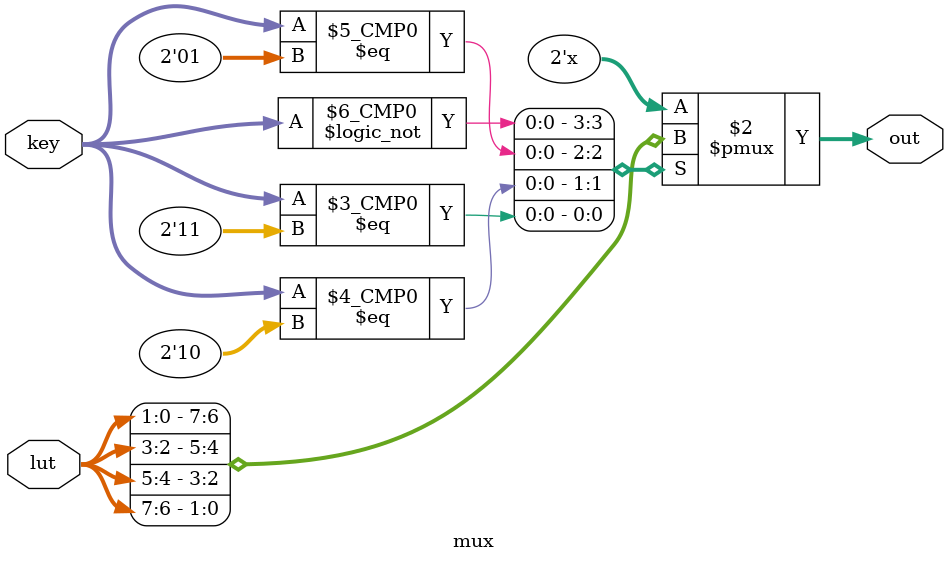
<source format=v>
module mux(
	input [1:0] key,
	input [7:0] lut,
	output reg [1:0] out
);

always@(*) begin
	case(key)
	2'b00:out=lut[1:0];
	2'b01:out=lut[3:2];
	2'b10:out=lut[5:4];
	2'b11:out=lut[7:6];
	default:out=2'b00;
	endcase
end
endmodule

</source>
